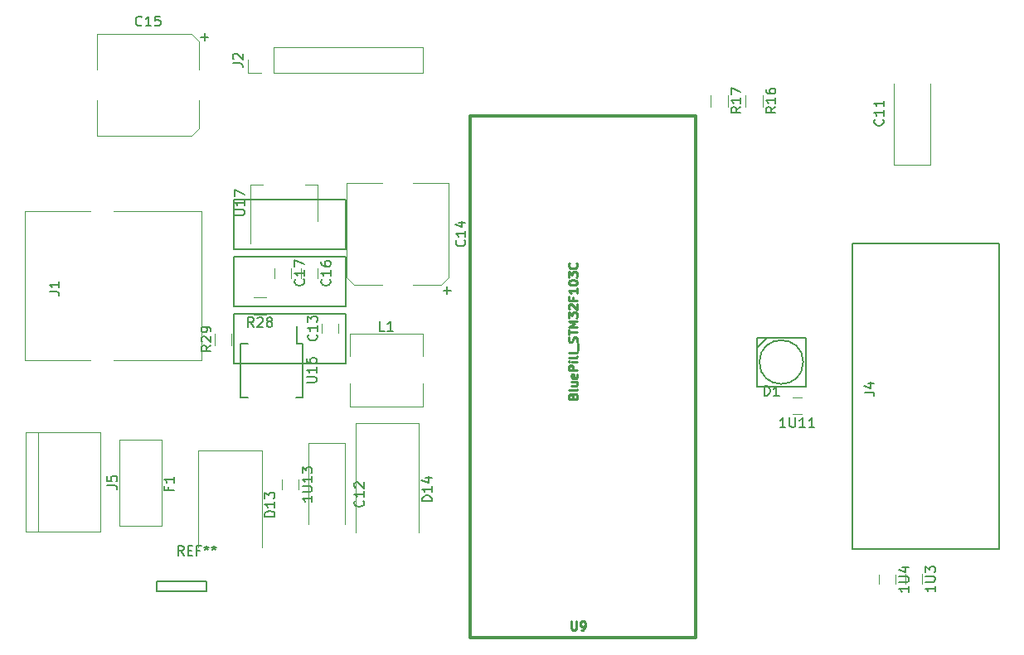
<source format=gbr>
%TF.GenerationSoftware,KiCad,Pcbnew,4.0.7*%
%TF.CreationDate,2018-03-19T17:58:48+01:00*%
%TF.ProjectId,dispenser,64697370656E7365722E6B696361645F,A*%
%TF.FileFunction,Legend,Top*%
%FSLAX46Y46*%
G04 Gerber Fmt 4.6, Leading zero omitted, Abs format (unit mm)*
G04 Created by KiCad (PCBNEW 4.0.7) date 03/19/18 17:58:48*
%MOMM*%
%LPD*%
G01*
G04 APERTURE LIST*
%ADD10C,0.100000*%
%ADD11C,0.150000*%
%ADD12C,0.120000*%
%ADD13C,0.304800*%
%ADD14C,0.222250*%
G04 APERTURE END LIST*
D10*
D11*
X99861200Y45923600D02*
X99861200Y30323600D01*
X84861200Y45923600D02*
X99861200Y45923600D01*
X84861200Y14723600D02*
X84861200Y45923600D01*
X99861200Y14723600D02*
X84861200Y14723600D01*
X99861200Y30323600D02*
X99861200Y14723600D01*
D12*
X91987600Y11149200D02*
X91987600Y12149200D01*
X90287600Y12149200D02*
X90287600Y11149200D01*
X89295200Y11129200D02*
X89295200Y12129200D01*
X87595200Y12129200D02*
X87595200Y11129200D01*
X28359560Y20834308D02*
X28359560Y21834308D01*
X26659560Y21834308D02*
X26659560Y20834308D01*
X89135200Y53979600D02*
X89135200Y62279600D01*
X92835200Y53979600D02*
X92835200Y62279600D01*
X89135200Y53979600D02*
X92835200Y53979600D01*
X33067960Y25592908D02*
X33067960Y17292908D01*
X29367960Y25592908D02*
X29367960Y17292908D01*
X33067960Y25592908D02*
X29367960Y25592908D01*
X30698160Y37785508D02*
X30698160Y36785508D01*
X32398160Y36785508D02*
X32398160Y37785508D01*
X34008000Y41725200D02*
X36898000Y41725200D01*
X42908000Y41725200D02*
X40018000Y41725200D01*
X43668000Y52145200D02*
X40018000Y52145200D01*
X33248000Y52145200D02*
X36898000Y52145200D01*
X43668000Y52145200D02*
X43668000Y42485200D01*
X43668000Y42485200D02*
X42908000Y41725200D01*
X34008000Y41725200D02*
X33248000Y42485200D01*
X33248000Y42485200D02*
X33248000Y52145200D01*
X30265600Y42422000D02*
X30265600Y43422000D01*
X28565600Y43422000D02*
X28565600Y42422000D01*
X27573200Y42422000D02*
X27573200Y43422000D01*
X25873200Y43422000D02*
X25873200Y42422000D01*
D11*
X80124800Y31328800D02*
X75124800Y31328800D01*
X75124800Y31328800D02*
X75124800Y36328800D01*
X75124800Y36328800D02*
X80124800Y36328800D01*
X80124800Y36328800D02*
X80124800Y31328800D01*
X75124800Y35328800D02*
X76124800Y36328800D01*
X79860868Y33828800D02*
G75*
G03X79860868Y33828800I-2236068J0D01*
G01*
D12*
X18088400Y24749200D02*
X24588400Y24749200D01*
X18088400Y24749200D02*
X18088400Y14849200D01*
X24588400Y24749200D02*
X24588400Y14849200D01*
X34141200Y27624000D02*
X40641200Y27624000D01*
X34141200Y27624000D02*
X34141200Y16424000D01*
X40641200Y27624000D02*
X40641200Y16424000D01*
X14314400Y25854400D02*
X14314400Y17114400D01*
X14314400Y25854400D02*
X10074400Y25854400D01*
X10074400Y17114400D02*
X14314400Y17114400D01*
X10074400Y17114400D02*
X10074400Y25854400D01*
X394901Y49248291D02*
X394901Y34008291D01*
X18424901Y34008291D02*
X9434901Y34018291D01*
X18424901Y34008291D02*
X18424901Y49248291D01*
X18424901Y49248291D02*
X9424901Y49248291D01*
X7094901Y34018291D02*
X394901Y34008291D01*
X7104901Y49248291D02*
X394901Y49248291D01*
X41058000Y63385200D02*
X41058000Y66045200D01*
X25758000Y63385200D02*
X41058000Y63385200D01*
X25758000Y66045200D02*
X41058000Y66045200D01*
X25758000Y63385200D02*
X25758000Y66045200D01*
X24488000Y63385200D02*
X23158000Y63385200D01*
X23158000Y63385200D02*
X23158000Y64715200D01*
X1729600Y16455200D02*
X1729600Y26615200D01*
X459600Y16455200D02*
X8079600Y16455200D01*
X8079600Y16455200D02*
X8079600Y26615200D01*
X8079600Y26615200D02*
X459600Y26615200D01*
X459600Y26615200D02*
X459600Y16455200D01*
X40988560Y31618308D02*
X40988560Y29318308D01*
X40988560Y29318308D02*
X33588560Y29318308D01*
X33588560Y29318308D02*
X33588560Y31618308D01*
X33588560Y34418308D02*
X33588560Y36718308D01*
X33588560Y36718308D02*
X40988560Y36718308D01*
X40988560Y36718308D02*
X40988560Y34418308D01*
X74001600Y59949600D02*
X74001600Y61149600D01*
X75761600Y61149600D02*
X75761600Y59949600D01*
X70445600Y59949600D02*
X70445600Y61149600D01*
X72205600Y61149600D02*
X72205600Y59949600D01*
X23786400Y40449200D02*
X24986400Y40449200D01*
X24986400Y38689200D02*
X23786400Y38689200D01*
X21507200Y36765600D02*
X21507200Y35565600D01*
X19747200Y35565600D02*
X19747200Y36765600D01*
D11*
X33131501Y38779891D02*
X21701501Y38779891D01*
X21701501Y38779891D02*
X21701501Y33699891D01*
X21701501Y33699891D02*
X33131501Y33699891D01*
X33131501Y33699891D02*
X33131501Y38779891D01*
X21680301Y39541891D02*
X33110301Y39541891D01*
X33110301Y39541891D02*
X33110301Y44621891D01*
X33110301Y44621891D02*
X21680301Y44621891D01*
X21680301Y44621891D02*
X21680301Y39541891D01*
X21752301Y45383891D02*
X33182301Y45383891D01*
X33182301Y45383891D02*
X33182301Y50463891D01*
X33182301Y50463891D02*
X21752301Y50463891D01*
X21752301Y50463891D02*
X21752301Y45383891D01*
D13*
X68855600Y59024800D02*
X68855600Y5624800D01*
X68855600Y5624800D02*
X45855600Y5624800D01*
X45855600Y5624800D02*
X45855600Y59024800D01*
X45855600Y59024800D02*
X68855600Y59024800D01*
D11*
X28778561Y35721308D02*
X28123561Y35721308D01*
X28778561Y30221308D02*
X28028561Y30221308D01*
X22368561Y30221308D02*
X23118561Y30221308D01*
X22368561Y35721308D02*
X23118561Y35721308D01*
X28778561Y35721308D02*
X28778561Y30221308D01*
X22368561Y35721308D02*
X22368561Y30221308D01*
X28123561Y35721308D02*
X28123561Y37471308D01*
D12*
X30271600Y51995200D02*
X29011600Y51995200D01*
X23451600Y51995200D02*
X24711600Y51995200D01*
X30271600Y48235200D02*
X30271600Y51995200D01*
X23451600Y45985200D02*
X23451600Y51995200D01*
X78750400Y28508400D02*
X79750400Y28508400D01*
X79750400Y30208400D02*
X78750400Y30208400D01*
X18179600Y57725200D02*
X18179600Y60615200D01*
X18179600Y66625200D02*
X18179600Y63735200D01*
X7759600Y67385200D02*
X7759600Y63735200D01*
X7759600Y56965200D02*
X7759600Y60615200D01*
X7759600Y67385200D02*
X17419600Y67385200D01*
X17419600Y67385200D02*
X18179600Y66625200D01*
X18179600Y57725200D02*
X17419600Y56965200D01*
X17419600Y56965200D02*
X7759600Y56965200D01*
D11*
X13870800Y11451400D02*
X18950800Y11451400D01*
X18950800Y11451400D02*
X18950800Y10435400D01*
X18950800Y10435400D02*
X13870800Y10435400D01*
X13870800Y10435400D02*
X13870800Y11451400D01*
X86119581Y30752267D02*
X86833867Y30752267D01*
X86976724Y30704647D01*
X87071962Y30609409D01*
X87119581Y30466552D01*
X87119581Y30371314D01*
X86452914Y31657029D02*
X87119581Y31657029D01*
X86071962Y31418933D02*
X86786248Y31180838D01*
X86786248Y31799886D01*
X93339981Y10934915D02*
X93339981Y10363486D01*
X93339981Y10649200D02*
X92339981Y10649200D01*
X92482838Y10553962D01*
X92578076Y10458724D01*
X92625695Y10363486D01*
X92339981Y11363486D02*
X93149505Y11363486D01*
X93244743Y11411105D01*
X93292362Y11458724D01*
X93339981Y11553962D01*
X93339981Y11744439D01*
X93292362Y11839677D01*
X93244743Y11887296D01*
X93149505Y11934915D01*
X92339981Y11934915D01*
X92339981Y12315867D02*
X92339981Y12934915D01*
X92720933Y12601581D01*
X92720933Y12744439D01*
X92768552Y12839677D01*
X92816171Y12887296D01*
X92911410Y12934915D01*
X93149505Y12934915D01*
X93244743Y12887296D01*
X93292362Y12839677D01*
X93339981Y12744439D01*
X93339981Y12458724D01*
X93292362Y12363486D01*
X93244743Y12315867D01*
X90647581Y10914915D02*
X90647581Y10343486D01*
X90647581Y10629200D02*
X89647581Y10629200D01*
X89790438Y10533962D01*
X89885676Y10438724D01*
X89933295Y10343486D01*
X89647581Y11343486D02*
X90457105Y11343486D01*
X90552343Y11391105D01*
X90599962Y11438724D01*
X90647581Y11533962D01*
X90647581Y11724439D01*
X90599962Y11819677D01*
X90552343Y11867296D01*
X90457105Y11914915D01*
X89647581Y11914915D01*
X89980914Y12819677D02*
X90647581Y12819677D01*
X89599962Y12581581D02*
X90314248Y12343486D01*
X90314248Y12962534D01*
X29711941Y20143832D02*
X29711941Y19572403D01*
X29711941Y19858117D02*
X28711941Y19858117D01*
X28854798Y19762879D01*
X28950036Y19667641D01*
X28997655Y19572403D01*
X28711941Y20572403D02*
X29521465Y20572403D01*
X29616703Y20620022D01*
X29664322Y20667641D01*
X29711941Y20762879D01*
X29711941Y20953356D01*
X29664322Y21048594D01*
X29616703Y21096213D01*
X29521465Y21143832D01*
X28711941Y21143832D01*
X29711941Y22143832D02*
X29711941Y21572403D01*
X29711941Y21858117D02*
X28711941Y21858117D01*
X28854798Y21762879D01*
X28950036Y21667641D01*
X28997655Y21572403D01*
X28711941Y22477165D02*
X28711941Y23096213D01*
X29092893Y22762879D01*
X29092893Y22905737D01*
X29140512Y23000975D01*
X29188131Y23048594D01*
X29283370Y23096213D01*
X29521465Y23096213D01*
X29616703Y23048594D01*
X29664322Y23000975D01*
X29711941Y22905737D01*
X29711941Y22620022D01*
X29664322Y22524784D01*
X29616703Y22477165D01*
X87992343Y58636743D02*
X88039962Y58589124D01*
X88087581Y58446267D01*
X88087581Y58351029D01*
X88039962Y58208171D01*
X87944724Y58112933D01*
X87849486Y58065314D01*
X87659010Y58017695D01*
X87516152Y58017695D01*
X87325676Y58065314D01*
X87230438Y58112933D01*
X87135200Y58208171D01*
X87087581Y58351029D01*
X87087581Y58446267D01*
X87135200Y58589124D01*
X87182819Y58636743D01*
X88087581Y59589124D02*
X88087581Y59017695D01*
X88087581Y59303409D02*
X87087581Y59303409D01*
X87230438Y59208171D01*
X87325676Y59112933D01*
X87373295Y59017695D01*
X88087581Y60541505D02*
X88087581Y59970076D01*
X88087581Y60255790D02*
X87087581Y60255790D01*
X87230438Y60160552D01*
X87325676Y60065314D01*
X87373295Y59970076D01*
X34925103Y19650051D02*
X34972722Y19602432D01*
X35020341Y19459575D01*
X35020341Y19364337D01*
X34972722Y19221479D01*
X34877484Y19126241D01*
X34782246Y19078622D01*
X34591770Y19031003D01*
X34448912Y19031003D01*
X34258436Y19078622D01*
X34163198Y19126241D01*
X34067960Y19221479D01*
X34020341Y19364337D01*
X34020341Y19459575D01*
X34067960Y19602432D01*
X34115579Y19650051D01*
X35020341Y20602432D02*
X35020341Y20031003D01*
X35020341Y20316717D02*
X34020341Y20316717D01*
X34163198Y20221479D01*
X34258436Y20126241D01*
X34306055Y20031003D01*
X34115579Y20983384D02*
X34067960Y21031003D01*
X34020341Y21126241D01*
X34020341Y21364337D01*
X34067960Y21459575D01*
X34115579Y21507194D01*
X34210817Y21554813D01*
X34306055Y21554813D01*
X34448912Y21507194D01*
X35020341Y20935765D01*
X35020341Y21554813D01*
X30155303Y36642651D02*
X30202922Y36595032D01*
X30250541Y36452175D01*
X30250541Y36356937D01*
X30202922Y36214079D01*
X30107684Y36118841D01*
X30012446Y36071222D01*
X29821970Y36023603D01*
X29679112Y36023603D01*
X29488636Y36071222D01*
X29393398Y36118841D01*
X29298160Y36214079D01*
X29250541Y36356937D01*
X29250541Y36452175D01*
X29298160Y36595032D01*
X29345779Y36642651D01*
X30250541Y37595032D02*
X30250541Y37023603D01*
X30250541Y37309317D02*
X29250541Y37309317D01*
X29393398Y37214079D01*
X29488636Y37118841D01*
X29536255Y37023603D01*
X29250541Y37928365D02*
X29250541Y38547413D01*
X29631493Y38214079D01*
X29631493Y38356937D01*
X29679112Y38452175D01*
X29726731Y38499794D01*
X29821970Y38547413D01*
X30060065Y38547413D01*
X30155303Y38499794D01*
X30202922Y38452175D01*
X30250541Y38356937D01*
X30250541Y38071222D01*
X30202922Y37975984D01*
X30155303Y37928365D01*
X45275143Y46292343D02*
X45322762Y46244724D01*
X45370381Y46101867D01*
X45370381Y46006629D01*
X45322762Y45863771D01*
X45227524Y45768533D01*
X45132286Y45720914D01*
X44941810Y45673295D01*
X44798952Y45673295D01*
X44608476Y45720914D01*
X44513238Y45768533D01*
X44418000Y45863771D01*
X44370381Y46006629D01*
X44370381Y46101867D01*
X44418000Y46244724D01*
X44465619Y46292343D01*
X45370381Y47244724D02*
X45370381Y46673295D01*
X45370381Y46959009D02*
X44370381Y46959009D01*
X44513238Y46863771D01*
X44608476Y46768533D01*
X44656095Y46673295D01*
X44703714Y48101867D02*
X45370381Y48101867D01*
X44322762Y47863771D02*
X45037048Y47625676D01*
X45037048Y48244724D01*
X43499429Y40774248D02*
X43499429Y41536153D01*
X43880381Y41155201D02*
X43118476Y41155201D01*
X31522743Y42279143D02*
X31570362Y42231524D01*
X31617981Y42088667D01*
X31617981Y41993429D01*
X31570362Y41850571D01*
X31475124Y41755333D01*
X31379886Y41707714D01*
X31189410Y41660095D01*
X31046552Y41660095D01*
X30856076Y41707714D01*
X30760838Y41755333D01*
X30665600Y41850571D01*
X30617981Y41993429D01*
X30617981Y42088667D01*
X30665600Y42231524D01*
X30713219Y42279143D01*
X31617981Y43231524D02*
X31617981Y42660095D01*
X31617981Y42945809D02*
X30617981Y42945809D01*
X30760838Y42850571D01*
X30856076Y42755333D01*
X30903695Y42660095D01*
X30617981Y44088667D02*
X30617981Y43898190D01*
X30665600Y43802952D01*
X30713219Y43755333D01*
X30856076Y43660095D01*
X31046552Y43612476D01*
X31427505Y43612476D01*
X31522743Y43660095D01*
X31570362Y43707714D01*
X31617981Y43802952D01*
X31617981Y43993429D01*
X31570362Y44088667D01*
X31522743Y44136286D01*
X31427505Y44183905D01*
X31189410Y44183905D01*
X31094171Y44136286D01*
X31046552Y44088667D01*
X30998933Y43993429D01*
X30998933Y43802952D01*
X31046552Y43707714D01*
X31094171Y43660095D01*
X31189410Y43612476D01*
X28830343Y42279143D02*
X28877962Y42231524D01*
X28925581Y42088667D01*
X28925581Y41993429D01*
X28877962Y41850571D01*
X28782724Y41755333D01*
X28687486Y41707714D01*
X28497010Y41660095D01*
X28354152Y41660095D01*
X28163676Y41707714D01*
X28068438Y41755333D01*
X27973200Y41850571D01*
X27925581Y41993429D01*
X27925581Y42088667D01*
X27973200Y42231524D01*
X28020819Y42279143D01*
X28925581Y43231524D02*
X28925581Y42660095D01*
X28925581Y42945809D02*
X27925581Y42945809D01*
X28068438Y42850571D01*
X28163676Y42755333D01*
X28211295Y42660095D01*
X27925581Y43564857D02*
X27925581Y44231524D01*
X28925581Y43802952D01*
X75886705Y30376419D02*
X75886705Y31376419D01*
X76124800Y31376419D01*
X76267658Y31328800D01*
X76362896Y31233562D01*
X76410515Y31138324D01*
X76458134Y30947848D01*
X76458134Y30804990D01*
X76410515Y30614514D01*
X76362896Y30519276D01*
X76267658Y30424038D01*
X76124800Y30376419D01*
X75886705Y30376419D01*
X77410515Y30376419D02*
X76839086Y30376419D01*
X77124800Y30376419D02*
X77124800Y31376419D01*
X77029562Y31233562D01*
X76934324Y31138324D01*
X76839086Y31090705D01*
X25890781Y18034914D02*
X24890781Y18034914D01*
X24890781Y18273009D01*
X24938400Y18415867D01*
X25033638Y18511105D01*
X25128876Y18558724D01*
X25319352Y18606343D01*
X25462210Y18606343D01*
X25652686Y18558724D01*
X25747924Y18511105D01*
X25843162Y18415867D01*
X25890781Y18273009D01*
X25890781Y18034914D01*
X25890781Y19558724D02*
X25890781Y18987295D01*
X25890781Y19273009D02*
X24890781Y19273009D01*
X25033638Y19177771D01*
X25128876Y19082533D01*
X25176495Y18987295D01*
X24890781Y19892057D02*
X24890781Y20511105D01*
X25271733Y20177771D01*
X25271733Y20320629D01*
X25319352Y20415867D01*
X25366971Y20463486D01*
X25462210Y20511105D01*
X25700305Y20511105D01*
X25795543Y20463486D01*
X25843162Y20415867D01*
X25890781Y20320629D01*
X25890781Y20034914D01*
X25843162Y19939676D01*
X25795543Y19892057D01*
X41943581Y19609714D02*
X40943581Y19609714D01*
X40943581Y19847809D01*
X40991200Y19990667D01*
X41086438Y20085905D01*
X41181676Y20133524D01*
X41372152Y20181143D01*
X41515010Y20181143D01*
X41705486Y20133524D01*
X41800724Y20085905D01*
X41895962Y19990667D01*
X41943581Y19847809D01*
X41943581Y19609714D01*
X41943581Y21133524D02*
X41943581Y20562095D01*
X41943581Y20847809D02*
X40943581Y20847809D01*
X41086438Y20752571D01*
X41181676Y20657333D01*
X41229295Y20562095D01*
X41276914Y21990667D02*
X41943581Y21990667D01*
X40895962Y21752571D02*
X41610248Y21514476D01*
X41610248Y22133524D01*
X15072971Y21041067D02*
X15072971Y20707733D01*
X15596781Y20707733D02*
X14596781Y20707733D01*
X14596781Y21183924D01*
X15596781Y22088686D02*
X15596781Y21517257D01*
X15596781Y21802971D02*
X14596781Y21802971D01*
X14739638Y21707733D01*
X14834876Y21612495D01*
X14882495Y21517257D01*
X2887282Y41044958D02*
X3601568Y41044958D01*
X3744425Y40997338D01*
X3839663Y40902100D01*
X3887282Y40759243D01*
X3887282Y40664005D01*
X3887282Y42044958D02*
X3887282Y41473529D01*
X3887282Y41759243D02*
X2887282Y41759243D01*
X3030139Y41664005D01*
X3125377Y41568767D01*
X3172996Y41473529D01*
X21610381Y64381867D02*
X22324667Y64381867D01*
X22467524Y64334247D01*
X22562762Y64239009D01*
X22610381Y64096152D01*
X22610381Y64000914D01*
X21705619Y64810438D02*
X21658000Y64858057D01*
X21610381Y64953295D01*
X21610381Y65191391D01*
X21658000Y65286629D01*
X21705619Y65334248D01*
X21800857Y65381867D01*
X21896095Y65381867D01*
X22038952Y65334248D01*
X22610381Y64762819D01*
X22610381Y65381867D01*
X8801981Y21201867D02*
X9516267Y21201867D01*
X9659124Y21154247D01*
X9754362Y21059009D01*
X9801981Y20916152D01*
X9801981Y20820914D01*
X8801981Y22154248D02*
X8801981Y21678057D01*
X9278171Y21630438D01*
X9230552Y21678057D01*
X9182933Y21773295D01*
X9182933Y22011391D01*
X9230552Y22106629D01*
X9278171Y22154248D01*
X9373410Y22201867D01*
X9611505Y22201867D01*
X9706743Y22154248D01*
X9754362Y22106629D01*
X9801981Y22011391D01*
X9801981Y21773295D01*
X9754362Y21678057D01*
X9706743Y21630438D01*
X37121894Y37015927D02*
X36645703Y37015927D01*
X36645703Y38015927D01*
X37979037Y37015927D02*
X37407608Y37015927D01*
X37693322Y37015927D02*
X37693322Y38015927D01*
X37598084Y37873070D01*
X37502846Y37777832D01*
X37407608Y37730213D01*
X77033981Y59906743D02*
X76557790Y59573409D01*
X77033981Y59335314D02*
X76033981Y59335314D01*
X76033981Y59716267D01*
X76081600Y59811505D01*
X76129219Y59859124D01*
X76224457Y59906743D01*
X76367314Y59906743D01*
X76462552Y59859124D01*
X76510171Y59811505D01*
X76557790Y59716267D01*
X76557790Y59335314D01*
X77033981Y60859124D02*
X77033981Y60287695D01*
X77033981Y60573409D02*
X76033981Y60573409D01*
X76176838Y60478171D01*
X76272076Y60382933D01*
X76319695Y60287695D01*
X76033981Y61716267D02*
X76033981Y61525790D01*
X76081600Y61430552D01*
X76129219Y61382933D01*
X76272076Y61287695D01*
X76462552Y61240076D01*
X76843505Y61240076D01*
X76938743Y61287695D01*
X76986362Y61335314D01*
X77033981Y61430552D01*
X77033981Y61621029D01*
X76986362Y61716267D01*
X76938743Y61763886D01*
X76843505Y61811505D01*
X76605410Y61811505D01*
X76510171Y61763886D01*
X76462552Y61716267D01*
X76414933Y61621029D01*
X76414933Y61430552D01*
X76462552Y61335314D01*
X76510171Y61287695D01*
X76605410Y61240076D01*
X73477981Y59906743D02*
X73001790Y59573409D01*
X73477981Y59335314D02*
X72477981Y59335314D01*
X72477981Y59716267D01*
X72525600Y59811505D01*
X72573219Y59859124D01*
X72668457Y59906743D01*
X72811314Y59906743D01*
X72906552Y59859124D01*
X72954171Y59811505D01*
X73001790Y59716267D01*
X73001790Y59335314D01*
X73477981Y60859124D02*
X73477981Y60287695D01*
X73477981Y60573409D02*
X72477981Y60573409D01*
X72620838Y60478171D01*
X72716076Y60382933D01*
X72763695Y60287695D01*
X72477981Y61192457D02*
X72477981Y61859124D01*
X73477981Y61430552D01*
X23743543Y37416819D02*
X23410209Y37893010D01*
X23172114Y37416819D02*
X23172114Y38416819D01*
X23553067Y38416819D01*
X23648305Y38369200D01*
X23695924Y38321581D01*
X23743543Y38226343D01*
X23743543Y38083486D01*
X23695924Y37988248D01*
X23648305Y37940629D01*
X23553067Y37893010D01*
X23172114Y37893010D01*
X24124495Y38321581D02*
X24172114Y38369200D01*
X24267352Y38416819D01*
X24505448Y38416819D01*
X24600686Y38369200D01*
X24648305Y38321581D01*
X24695924Y38226343D01*
X24695924Y38131105D01*
X24648305Y37988248D01*
X24076876Y37416819D01*
X24695924Y37416819D01*
X25267352Y37988248D02*
X25172114Y38035867D01*
X25124495Y38083486D01*
X25076876Y38178724D01*
X25076876Y38226343D01*
X25124495Y38321581D01*
X25172114Y38369200D01*
X25267352Y38416819D01*
X25457829Y38416819D01*
X25553067Y38369200D01*
X25600686Y38321581D01*
X25648305Y38226343D01*
X25648305Y38178724D01*
X25600686Y38083486D01*
X25553067Y38035867D01*
X25457829Y37988248D01*
X25267352Y37988248D01*
X25172114Y37940629D01*
X25124495Y37893010D01*
X25076876Y37797771D01*
X25076876Y37607295D01*
X25124495Y37512057D01*
X25172114Y37464438D01*
X25267352Y37416819D01*
X25457829Y37416819D01*
X25553067Y37464438D01*
X25600686Y37512057D01*
X25648305Y37607295D01*
X25648305Y37797771D01*
X25600686Y37893010D01*
X25553067Y37940629D01*
X25457829Y37988248D01*
X19379581Y35522743D02*
X18903390Y35189409D01*
X19379581Y34951314D02*
X18379581Y34951314D01*
X18379581Y35332267D01*
X18427200Y35427505D01*
X18474819Y35475124D01*
X18570057Y35522743D01*
X18712914Y35522743D01*
X18808152Y35475124D01*
X18855771Y35427505D01*
X18903390Y35332267D01*
X18903390Y34951314D01*
X18474819Y35903695D02*
X18427200Y35951314D01*
X18379581Y36046552D01*
X18379581Y36284648D01*
X18427200Y36379886D01*
X18474819Y36427505D01*
X18570057Y36475124D01*
X18665295Y36475124D01*
X18808152Y36427505D01*
X19379581Y35856076D01*
X19379581Y36475124D01*
X19379581Y36951314D02*
X19379581Y37141790D01*
X19331962Y37237029D01*
X19284343Y37284648D01*
X19141486Y37379886D01*
X18951010Y37427505D01*
X18570057Y37427505D01*
X18474819Y37379886D01*
X18427200Y37332267D01*
X18379581Y37237029D01*
X18379581Y37046552D01*
X18427200Y36951314D01*
X18474819Y36903695D01*
X18570057Y36856076D01*
X18808152Y36856076D01*
X18903390Y36903695D01*
X18951010Y36951314D01*
X18998629Y37046552D01*
X18998629Y37237029D01*
X18951010Y37332267D01*
X18903390Y37379886D01*
X18808152Y37427505D01*
D14*
X56221067Y7315433D02*
X56221067Y6595767D01*
X56263400Y6511100D01*
X56305733Y6468767D01*
X56390400Y6426433D01*
X56559733Y6426433D01*
X56644400Y6468767D01*
X56686733Y6511100D01*
X56729067Y6595767D01*
X56729067Y7315433D01*
X57194733Y6426433D02*
X57364066Y6426433D01*
X57448733Y6468767D01*
X57491066Y6511100D01*
X57575733Y6638100D01*
X57618066Y6807433D01*
X57618066Y7146100D01*
X57575733Y7230767D01*
X57533400Y7273100D01*
X57448733Y7315433D01*
X57279400Y7315433D01*
X57194733Y7273100D01*
X57152400Y7230767D01*
X57110066Y7146100D01*
X57110066Y6934433D01*
X57152400Y6849767D01*
X57194733Y6807433D01*
X57279400Y6765100D01*
X57448733Y6765100D01*
X57533400Y6807433D01*
X57575733Y6849767D01*
X57618066Y6934433D01*
D13*
D14*
X56326900Y30353233D02*
X56369233Y30480233D01*
X56411567Y30522566D01*
X56496233Y30564900D01*
X56623233Y30564900D01*
X56707900Y30522566D01*
X56750233Y30480233D01*
X56792567Y30395566D01*
X56792567Y30056900D01*
X55903567Y30056900D01*
X55903567Y30353233D01*
X55945900Y30437900D01*
X55988233Y30480233D01*
X56072900Y30522566D01*
X56157567Y30522566D01*
X56242233Y30480233D01*
X56284567Y30437900D01*
X56326900Y30353233D01*
X56326900Y30056900D01*
X56792567Y31072900D02*
X56750233Y30988233D01*
X56665567Y30945900D01*
X55903567Y30945900D01*
X56199900Y31792567D02*
X56792567Y31792567D01*
X56199900Y31411567D02*
X56665567Y31411567D01*
X56750233Y31453900D01*
X56792567Y31538567D01*
X56792567Y31665567D01*
X56750233Y31750233D01*
X56707900Y31792567D01*
X56750233Y32554566D02*
X56792567Y32469900D01*
X56792567Y32300566D01*
X56750233Y32215900D01*
X56665567Y32173566D01*
X56326900Y32173566D01*
X56242233Y32215900D01*
X56199900Y32300566D01*
X56199900Y32469900D01*
X56242233Y32554566D01*
X56326900Y32596900D01*
X56411567Y32596900D01*
X56496233Y32173566D01*
X56792567Y32977900D02*
X55903567Y32977900D01*
X55903567Y33316566D01*
X55945900Y33401233D01*
X55988233Y33443566D01*
X56072900Y33485900D01*
X56199900Y33485900D01*
X56284567Y33443566D01*
X56326900Y33401233D01*
X56369233Y33316566D01*
X56369233Y32977900D01*
X56792567Y33866900D02*
X56199900Y33866900D01*
X55903567Y33866900D02*
X55945900Y33824566D01*
X55988233Y33866900D01*
X55945900Y33909233D01*
X55903567Y33866900D01*
X55988233Y33866900D01*
X56792567Y34417233D02*
X56750233Y34332566D01*
X56665567Y34290233D01*
X55903567Y34290233D01*
X56792567Y34882900D02*
X56750233Y34798233D01*
X56665567Y34755900D01*
X55903567Y34755900D01*
X56877233Y35009900D02*
X56877233Y35687233D01*
X56750233Y35856566D02*
X56792567Y35983566D01*
X56792567Y36195233D01*
X56750233Y36279900D01*
X56707900Y36322233D01*
X56623233Y36364566D01*
X56538567Y36364566D01*
X56453900Y36322233D01*
X56411567Y36279900D01*
X56369233Y36195233D01*
X56326900Y36025900D01*
X56284567Y35941233D01*
X56242233Y35898900D01*
X56157567Y35856566D01*
X56072900Y35856566D01*
X55988233Y35898900D01*
X55945900Y35941233D01*
X55903567Y36025900D01*
X55903567Y36237566D01*
X55945900Y36364566D01*
X55903567Y36618567D02*
X55903567Y37126567D01*
X56792567Y36872567D02*
X55903567Y36872567D01*
X56792567Y37422900D02*
X55903567Y37422900D01*
X56538567Y37719233D01*
X55903567Y38015566D01*
X56792567Y38015566D01*
X55903567Y38354233D02*
X55903567Y38904566D01*
X56242233Y38608233D01*
X56242233Y38735233D01*
X56284567Y38819900D01*
X56326900Y38862233D01*
X56411567Y38904566D01*
X56623233Y38904566D01*
X56707900Y38862233D01*
X56750233Y38819900D01*
X56792567Y38735233D01*
X56792567Y38481233D01*
X56750233Y38396566D01*
X56707900Y38354233D01*
X55988233Y39243233D02*
X55945900Y39285567D01*
X55903567Y39370233D01*
X55903567Y39581900D01*
X55945900Y39666567D01*
X55988233Y39708900D01*
X56072900Y39751233D01*
X56157567Y39751233D01*
X56284567Y39708900D01*
X56792567Y39200900D01*
X56792567Y39751233D01*
X56326900Y40428567D02*
X56326900Y40132234D01*
X56792567Y40132234D02*
X55903567Y40132234D01*
X55903567Y40555567D01*
X56792567Y41359900D02*
X56792567Y40851900D01*
X56792567Y41105900D02*
X55903567Y41105900D01*
X56030567Y41021234D01*
X56115233Y40936567D01*
X56157567Y40851900D01*
X55903567Y41910234D02*
X55903567Y41994901D01*
X55945900Y42079567D01*
X55988233Y42121901D01*
X56072900Y42164234D01*
X56242233Y42206567D01*
X56453900Y42206567D01*
X56623233Y42164234D01*
X56707900Y42121901D01*
X56750233Y42079567D01*
X56792567Y41994901D01*
X56792567Y41910234D01*
X56750233Y41825567D01*
X56707900Y41783234D01*
X56623233Y41740901D01*
X56453900Y41698567D01*
X56242233Y41698567D01*
X56072900Y41740901D01*
X55988233Y41783234D01*
X55945900Y41825567D01*
X55903567Y41910234D01*
X55903567Y42502901D02*
X55903567Y43053234D01*
X56242233Y42756901D01*
X56242233Y42883901D01*
X56284567Y42968568D01*
X56326900Y43010901D01*
X56411567Y43053234D01*
X56623233Y43053234D01*
X56707900Y43010901D01*
X56750233Y42968568D01*
X56792567Y42883901D01*
X56792567Y42629901D01*
X56750233Y42545234D01*
X56707900Y42502901D01*
X56707900Y43942235D02*
X56750233Y43899901D01*
X56792567Y43772901D01*
X56792567Y43688235D01*
X56750233Y43561235D01*
X56665567Y43476568D01*
X56580900Y43434235D01*
X56411567Y43391901D01*
X56284567Y43391901D01*
X56115233Y43434235D01*
X56030567Y43476568D01*
X55945900Y43561235D01*
X55903567Y43688235D01*
X55903567Y43772901D01*
X55945900Y43899901D01*
X55988233Y43942235D01*
D11*
X29155942Y31733213D02*
X29965466Y31733213D01*
X30060704Y31780832D01*
X30108323Y31828451D01*
X30155942Y31923689D01*
X30155942Y32114166D01*
X30108323Y32209404D01*
X30060704Y32257023D01*
X29965466Y32304642D01*
X29155942Y32304642D01*
X30155942Y33304642D02*
X30155942Y32733213D01*
X30155942Y33018927D02*
X29155942Y33018927D01*
X29298799Y32923689D01*
X29394037Y32828451D01*
X29441656Y32733213D01*
X29155942Y34161785D02*
X29155942Y33971308D01*
X29203561Y33876070D01*
X29251180Y33828451D01*
X29394037Y33733213D01*
X29584513Y33685594D01*
X29965466Y33685594D01*
X30060704Y33733213D01*
X30108323Y33780832D01*
X30155942Y33876070D01*
X30155942Y34066547D01*
X30108323Y34161785D01*
X30060704Y34209404D01*
X29965466Y34257023D01*
X29727371Y34257023D01*
X29632132Y34209404D01*
X29584513Y34161785D01*
X29536894Y34066547D01*
X29536894Y33876070D01*
X29584513Y33780832D01*
X29632132Y33733213D01*
X29727371Y33685594D01*
X21813981Y48847105D02*
X22623505Y48847105D01*
X22718743Y48894724D01*
X22766362Y48942343D01*
X22813981Y49037581D01*
X22813981Y49228058D01*
X22766362Y49323296D01*
X22718743Y49370915D01*
X22623505Y49418534D01*
X21813981Y49418534D01*
X22813981Y50418534D02*
X22813981Y49847105D01*
X22813981Y50132819D02*
X21813981Y50132819D01*
X21956838Y50037581D01*
X22052076Y49942343D01*
X22099695Y49847105D01*
X21813981Y50751867D02*
X21813981Y51418534D01*
X22813981Y50989962D01*
X78059924Y27156019D02*
X77488495Y27156019D01*
X77774209Y27156019D02*
X77774209Y28156019D01*
X77678971Y28013162D01*
X77583733Y27917924D01*
X77488495Y27870305D01*
X78488495Y28156019D02*
X78488495Y27346495D01*
X78536114Y27251257D01*
X78583733Y27203638D01*
X78678971Y27156019D01*
X78869448Y27156019D01*
X78964686Y27203638D01*
X79012305Y27251257D01*
X79059924Y27346495D01*
X79059924Y28156019D01*
X80059924Y27156019D02*
X79488495Y27156019D01*
X79774209Y27156019D02*
X79774209Y28156019D01*
X79678971Y28013162D01*
X79583733Y27917924D01*
X79488495Y27870305D01*
X81012305Y27156019D02*
X80440876Y27156019D01*
X80726590Y27156019D02*
X80726590Y28156019D01*
X80631352Y28013162D01*
X80536114Y27917924D01*
X80440876Y27870305D01*
X12326743Y68278057D02*
X12279124Y68230438D01*
X12136267Y68182819D01*
X12041029Y68182819D01*
X11898171Y68230438D01*
X11802933Y68325676D01*
X11755314Y68420914D01*
X11707695Y68611390D01*
X11707695Y68754248D01*
X11755314Y68944724D01*
X11802933Y69039962D01*
X11898171Y69135200D01*
X12041029Y69182819D01*
X12136267Y69182819D01*
X12279124Y69135200D01*
X12326743Y69087581D01*
X13279124Y68182819D02*
X12707695Y68182819D01*
X12993409Y68182819D02*
X12993409Y69182819D01*
X12898171Y69039962D01*
X12802933Y68944724D01*
X12707695Y68897105D01*
X14183886Y69182819D02*
X13707695Y69182819D01*
X13660076Y68706629D01*
X13707695Y68754248D01*
X13802933Y68801867D01*
X14041029Y68801867D01*
X14136267Y68754248D01*
X14183886Y68706629D01*
X14231505Y68611390D01*
X14231505Y68373295D01*
X14183886Y68278057D01*
X14136267Y68230438D01*
X14041029Y68182819D01*
X13802933Y68182819D01*
X13707695Y68230438D01*
X13660076Y68278057D01*
X18368648Y67073771D02*
X19130553Y67073771D01*
X18749601Y66692819D02*
X18749601Y67454724D01*
X16601467Y14047019D02*
X16268133Y14523210D01*
X16030038Y14047019D02*
X16030038Y15047019D01*
X16410991Y15047019D01*
X16506229Y14999400D01*
X16553848Y14951781D01*
X16601467Y14856543D01*
X16601467Y14713686D01*
X16553848Y14618448D01*
X16506229Y14570829D01*
X16410991Y14523210D01*
X16030038Y14523210D01*
X17030038Y14570829D02*
X17363372Y14570829D01*
X17506229Y14047019D02*
X17030038Y14047019D01*
X17030038Y15047019D01*
X17506229Y15047019D01*
X18268134Y14570829D02*
X17934800Y14570829D01*
X17934800Y14047019D02*
X17934800Y15047019D01*
X18410991Y15047019D01*
X18934800Y15047019D02*
X18934800Y14808924D01*
X18696705Y14904162D02*
X18934800Y14808924D01*
X19172896Y14904162D01*
X18791943Y14618448D02*
X18934800Y14808924D01*
X19077658Y14618448D01*
X19696705Y15047019D02*
X19696705Y14808924D01*
X19458610Y14904162D02*
X19696705Y14808924D01*
X19934801Y14904162D01*
X19553848Y14618448D02*
X19696705Y14808924D01*
X19839563Y14618448D01*
M02*

</source>
